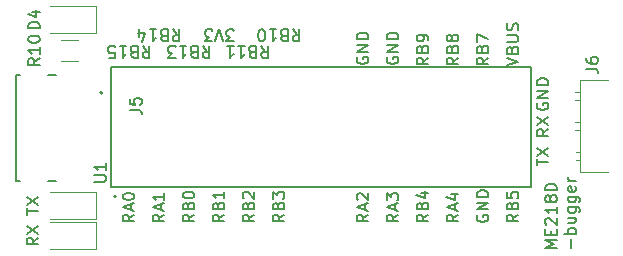
<source format=gbr>
%TF.GenerationSoftware,KiCad,Pcbnew,(6.0.7)*%
%TF.CreationDate,2022-12-19T16:29:32-08:00*%
%TF.ProjectId,Intermediary_revC_4layer,496e7465-726d-4656-9469-6172795f7265,rev?*%
%TF.SameCoordinates,Original*%
%TF.FileFunction,Legend,Top*%
%TF.FilePolarity,Positive*%
%FSLAX46Y46*%
G04 Gerber Fmt 4.6, Leading zero omitted, Abs format (unit mm)*
G04 Created by KiCad (PCBNEW (6.0.7)) date 2022-12-19 16:29:32*
%MOMM*%
%LPD*%
G01*
G04 APERTURE LIST*
%ADD10C,0.150000*%
%ADD11C,0.200000*%
%ADD12C,0.120000*%
%ADD13C,0.127000*%
G04 APERTURE END LIST*
D10*
X162123380Y-102343976D02*
X161647190Y-102677309D01*
X162123380Y-102915404D02*
X161123380Y-102915404D01*
X161123380Y-102534452D01*
X161171000Y-102439214D01*
X161218619Y-102391595D01*
X161313857Y-102343976D01*
X161456714Y-102343976D01*
X161551952Y-102391595D01*
X161599571Y-102439214D01*
X161647190Y-102534452D01*
X161647190Y-102915404D01*
X161599571Y-101582071D02*
X161647190Y-101439214D01*
X161694809Y-101391595D01*
X161790047Y-101343976D01*
X161932904Y-101343976D01*
X162028142Y-101391595D01*
X162075761Y-101439214D01*
X162123380Y-101534452D01*
X162123380Y-101915404D01*
X161123380Y-101915404D01*
X161123380Y-101582071D01*
X161171000Y-101486833D01*
X161218619Y-101439214D01*
X161313857Y-101391595D01*
X161409095Y-101391595D01*
X161504333Y-101439214D01*
X161551952Y-101486833D01*
X161599571Y-101582071D01*
X161599571Y-101915404D01*
X161123380Y-100439214D02*
X161123380Y-100915404D01*
X161599571Y-100963023D01*
X161551952Y-100915404D01*
X161504333Y-100820166D01*
X161504333Y-100582071D01*
X161551952Y-100486833D01*
X161599571Y-100439214D01*
X161694809Y-100391595D01*
X161932904Y-100391595D01*
X162028142Y-100439214D01*
X162075761Y-100486833D01*
X162123380Y-100582071D01*
X162123380Y-100820166D01*
X162075761Y-100915404D01*
X162028142Y-100963023D01*
X135381857Y-88066619D02*
X135715190Y-88542809D01*
X135953285Y-88066619D02*
X135953285Y-89066619D01*
X135572333Y-89066619D01*
X135477095Y-89019000D01*
X135429476Y-88971380D01*
X135381857Y-88876142D01*
X135381857Y-88733285D01*
X135429476Y-88638047D01*
X135477095Y-88590428D01*
X135572333Y-88542809D01*
X135953285Y-88542809D01*
X134619952Y-88590428D02*
X134477095Y-88542809D01*
X134429476Y-88495190D01*
X134381857Y-88399952D01*
X134381857Y-88257095D01*
X134429476Y-88161857D01*
X134477095Y-88114238D01*
X134572333Y-88066619D01*
X134953285Y-88066619D01*
X134953285Y-89066619D01*
X134619952Y-89066619D01*
X134524714Y-89019000D01*
X134477095Y-88971380D01*
X134429476Y-88876142D01*
X134429476Y-88780904D01*
X134477095Y-88685666D01*
X134524714Y-88638047D01*
X134619952Y-88590428D01*
X134953285Y-88590428D01*
X133429476Y-88066619D02*
X134000904Y-88066619D01*
X133715190Y-88066619D02*
X133715190Y-89066619D01*
X133810428Y-88923761D01*
X133905666Y-88828523D01*
X134000904Y-88780904D01*
X133096142Y-89066619D02*
X132477095Y-89066619D01*
X132810428Y-88685666D01*
X132667571Y-88685666D01*
X132572333Y-88638047D01*
X132524714Y-88590428D01*
X132477095Y-88495190D01*
X132477095Y-88257095D01*
X132524714Y-88161857D01*
X132572333Y-88114238D01*
X132667571Y-88066619D01*
X132953285Y-88066619D01*
X133048523Y-88114238D01*
X133096142Y-88161857D01*
X163711000Y-92913104D02*
X163663380Y-93008342D01*
X163663380Y-93151200D01*
X163711000Y-93294057D01*
X163806238Y-93389295D01*
X163901476Y-93436914D01*
X164091952Y-93484533D01*
X164234809Y-93484533D01*
X164425285Y-93436914D01*
X164520523Y-93389295D01*
X164615761Y-93294057D01*
X164663380Y-93151200D01*
X164663380Y-93055961D01*
X164615761Y-92913104D01*
X164568142Y-92865485D01*
X164234809Y-92865485D01*
X164234809Y-93055961D01*
X164663380Y-92436914D02*
X163663380Y-92436914D01*
X164663380Y-91865485D01*
X163663380Y-91865485D01*
X164663380Y-91389295D02*
X163663380Y-91389295D01*
X163663380Y-91151200D01*
X163711000Y-91008342D01*
X163806238Y-90913104D01*
X163901476Y-90865485D01*
X164091952Y-90817866D01*
X164234809Y-90817866D01*
X164425285Y-90865485D01*
X164520523Y-90913104D01*
X164615761Y-91008342D01*
X164663380Y-91151200D01*
X164663380Y-91389295D01*
X158631000Y-102391595D02*
X158583380Y-102486833D01*
X158583380Y-102629690D01*
X158631000Y-102772547D01*
X158726238Y-102867785D01*
X158821476Y-102915404D01*
X159011952Y-102963023D01*
X159154809Y-102963023D01*
X159345285Y-102915404D01*
X159440523Y-102867785D01*
X159535761Y-102772547D01*
X159583380Y-102629690D01*
X159583380Y-102534452D01*
X159535761Y-102391595D01*
X159488142Y-102343976D01*
X159154809Y-102343976D01*
X159154809Y-102534452D01*
X159583380Y-101915404D02*
X158583380Y-101915404D01*
X159583380Y-101343976D01*
X158583380Y-101343976D01*
X159583380Y-100867785D02*
X158583380Y-100867785D01*
X158583380Y-100629690D01*
X158631000Y-100486833D01*
X158726238Y-100391595D01*
X158821476Y-100343976D01*
X159011952Y-100296357D01*
X159154809Y-100296357D01*
X159345285Y-100343976D01*
X159440523Y-100391595D01*
X159535761Y-100486833D01*
X159583380Y-100629690D01*
X159583380Y-100867785D01*
X157043380Y-102343976D02*
X156567190Y-102677309D01*
X157043380Y-102915404D02*
X156043380Y-102915404D01*
X156043380Y-102534452D01*
X156091000Y-102439214D01*
X156138619Y-102391595D01*
X156233857Y-102343976D01*
X156376714Y-102343976D01*
X156471952Y-102391595D01*
X156519571Y-102439214D01*
X156567190Y-102534452D01*
X156567190Y-102915404D01*
X156757666Y-101963023D02*
X156757666Y-101486833D01*
X157043380Y-102058261D02*
X156043380Y-101724928D01*
X157043380Y-101391595D01*
X156376714Y-100629690D02*
X157043380Y-100629690D01*
X155995761Y-100867785D02*
X156710047Y-101105880D01*
X156710047Y-100486833D01*
X134691380Y-102343976D02*
X134215190Y-102677309D01*
X134691380Y-102915404D02*
X133691380Y-102915404D01*
X133691380Y-102534452D01*
X133739000Y-102439214D01*
X133786619Y-102391595D01*
X133881857Y-102343976D01*
X134024714Y-102343976D01*
X134119952Y-102391595D01*
X134167571Y-102439214D01*
X134215190Y-102534452D01*
X134215190Y-102915404D01*
X134167571Y-101582071D02*
X134215190Y-101439214D01*
X134262809Y-101391595D01*
X134358047Y-101343976D01*
X134500904Y-101343976D01*
X134596142Y-101391595D01*
X134643761Y-101439214D01*
X134691380Y-101534452D01*
X134691380Y-101915404D01*
X133691380Y-101915404D01*
X133691380Y-101582071D01*
X133739000Y-101486833D01*
X133786619Y-101439214D01*
X133881857Y-101391595D01*
X133977095Y-101391595D01*
X134072333Y-101439214D01*
X134119952Y-101486833D01*
X134167571Y-101582071D01*
X134167571Y-101915404D01*
X133691380Y-100724928D02*
X133691380Y-100629690D01*
X133739000Y-100534452D01*
X133786619Y-100486833D01*
X133881857Y-100439214D01*
X134072333Y-100391595D01*
X134310428Y-100391595D01*
X134500904Y-100439214D01*
X134596142Y-100486833D01*
X134643761Y-100534452D01*
X134691380Y-100629690D01*
X134691380Y-100724928D01*
X134643761Y-100820166D01*
X134596142Y-100867785D01*
X134500904Y-100915404D01*
X134310428Y-100963023D01*
X134072333Y-100963023D01*
X133881857Y-100915404D01*
X133786619Y-100867785D01*
X133739000Y-100820166D01*
X133691380Y-100724928D01*
X161123380Y-89723261D02*
X162123380Y-89389928D01*
X161123380Y-89056595D01*
X161599571Y-88389928D02*
X161647190Y-88247071D01*
X161694809Y-88199452D01*
X161790047Y-88151833D01*
X161932904Y-88151833D01*
X162028142Y-88199452D01*
X162075761Y-88247071D01*
X162123380Y-88342309D01*
X162123380Y-88723261D01*
X161123380Y-88723261D01*
X161123380Y-88389928D01*
X161171000Y-88294690D01*
X161218619Y-88247071D01*
X161313857Y-88199452D01*
X161409095Y-88199452D01*
X161504333Y-88247071D01*
X161551952Y-88294690D01*
X161599571Y-88389928D01*
X161599571Y-88723261D01*
X161123380Y-87723261D02*
X161932904Y-87723261D01*
X162028142Y-87675642D01*
X162075761Y-87628023D01*
X162123380Y-87532785D01*
X162123380Y-87342309D01*
X162075761Y-87247071D01*
X162028142Y-87199452D01*
X161932904Y-87151833D01*
X161123380Y-87151833D01*
X162075761Y-86723261D02*
X162123380Y-86580404D01*
X162123380Y-86342309D01*
X162075761Y-86247071D01*
X162028142Y-86199452D01*
X161932904Y-86151833D01*
X161837666Y-86151833D01*
X161742428Y-86199452D01*
X161694809Y-86247071D01*
X161647190Y-86342309D01*
X161599571Y-86532785D01*
X161551952Y-86628023D01*
X161504333Y-86675642D01*
X161409095Y-86723261D01*
X161313857Y-86723261D01*
X161218619Y-86675642D01*
X161171000Y-86628023D01*
X161123380Y-86532785D01*
X161123380Y-86294690D01*
X161171000Y-86151833D01*
X132841857Y-86669619D02*
X133175190Y-87145809D01*
X133413285Y-86669619D02*
X133413285Y-87669619D01*
X133032333Y-87669619D01*
X132937095Y-87622000D01*
X132889476Y-87574380D01*
X132841857Y-87479142D01*
X132841857Y-87336285D01*
X132889476Y-87241047D01*
X132937095Y-87193428D01*
X133032333Y-87145809D01*
X133413285Y-87145809D01*
X132079952Y-87193428D02*
X131937095Y-87145809D01*
X131889476Y-87098190D01*
X131841857Y-87002952D01*
X131841857Y-86860095D01*
X131889476Y-86764857D01*
X131937095Y-86717238D01*
X132032333Y-86669619D01*
X132413285Y-86669619D01*
X132413285Y-87669619D01*
X132079952Y-87669619D01*
X131984714Y-87622000D01*
X131937095Y-87574380D01*
X131889476Y-87479142D01*
X131889476Y-87383904D01*
X131937095Y-87288666D01*
X131984714Y-87241047D01*
X132079952Y-87193428D01*
X132413285Y-87193428D01*
X130889476Y-86669619D02*
X131460904Y-86669619D01*
X131175190Y-86669619D02*
X131175190Y-87669619D01*
X131270428Y-87526761D01*
X131365666Y-87431523D01*
X131460904Y-87383904D01*
X130032333Y-87336285D02*
X130032333Y-86669619D01*
X130270428Y-87717238D02*
X130508523Y-87002952D01*
X129889476Y-87002952D01*
X139771380Y-102343976D02*
X139295190Y-102677309D01*
X139771380Y-102915404D02*
X138771380Y-102915404D01*
X138771380Y-102534452D01*
X138819000Y-102439214D01*
X138866619Y-102391595D01*
X138961857Y-102343976D01*
X139104714Y-102343976D01*
X139199952Y-102391595D01*
X139247571Y-102439214D01*
X139295190Y-102534452D01*
X139295190Y-102915404D01*
X139247571Y-101582071D02*
X139295190Y-101439214D01*
X139342809Y-101391595D01*
X139438047Y-101343976D01*
X139580904Y-101343976D01*
X139676142Y-101391595D01*
X139723761Y-101439214D01*
X139771380Y-101534452D01*
X139771380Y-101915404D01*
X138771380Y-101915404D01*
X138771380Y-101582071D01*
X138819000Y-101486833D01*
X138866619Y-101439214D01*
X138961857Y-101391595D01*
X139057095Y-101391595D01*
X139152333Y-101439214D01*
X139199952Y-101486833D01*
X139247571Y-101582071D01*
X139247571Y-101915404D01*
X138866619Y-100963023D02*
X138819000Y-100915404D01*
X138771380Y-100820166D01*
X138771380Y-100582071D01*
X138819000Y-100486833D01*
X138866619Y-100439214D01*
X138961857Y-100391595D01*
X139057095Y-100391595D01*
X139199952Y-100439214D01*
X139771380Y-101010642D01*
X139771380Y-100391595D01*
X163663380Y-98170904D02*
X163663380Y-97599476D01*
X164663380Y-97885190D02*
X163663380Y-97885190D01*
X163663380Y-97361380D02*
X164663380Y-96694714D01*
X163663380Y-96694714D02*
X164663380Y-97361380D01*
X151963380Y-102343976D02*
X151487190Y-102677309D01*
X151963380Y-102915404D02*
X150963380Y-102915404D01*
X150963380Y-102534452D01*
X151011000Y-102439214D01*
X151058619Y-102391595D01*
X151153857Y-102343976D01*
X151296714Y-102343976D01*
X151391952Y-102391595D01*
X151439571Y-102439214D01*
X151487190Y-102534452D01*
X151487190Y-102915404D01*
X151677666Y-101963023D02*
X151677666Y-101486833D01*
X151963380Y-102058261D02*
X150963380Y-101724928D01*
X151963380Y-101391595D01*
X150963380Y-101153500D02*
X150963380Y-100534452D01*
X151344333Y-100867785D01*
X151344333Y-100724928D01*
X151391952Y-100629690D01*
X151439571Y-100582071D01*
X151534809Y-100534452D01*
X151772904Y-100534452D01*
X151868142Y-100582071D01*
X151915761Y-100629690D01*
X151963380Y-100724928D01*
X151963380Y-101010642D01*
X151915761Y-101105880D01*
X151868142Y-101153500D01*
X148471000Y-89026904D02*
X148423380Y-89122142D01*
X148423380Y-89265000D01*
X148471000Y-89407857D01*
X148566238Y-89503095D01*
X148661476Y-89550714D01*
X148851952Y-89598333D01*
X148994809Y-89598333D01*
X149185285Y-89550714D01*
X149280523Y-89503095D01*
X149375761Y-89407857D01*
X149423380Y-89265000D01*
X149423380Y-89169761D01*
X149375761Y-89026904D01*
X149328142Y-88979285D01*
X148994809Y-88979285D01*
X148994809Y-89169761D01*
X149423380Y-88550714D02*
X148423380Y-88550714D01*
X149423380Y-87979285D01*
X148423380Y-87979285D01*
X149423380Y-87503095D02*
X148423380Y-87503095D01*
X148423380Y-87265000D01*
X148471000Y-87122142D01*
X148566238Y-87026904D01*
X148661476Y-86979285D01*
X148851952Y-86931666D01*
X148994809Y-86931666D01*
X149185285Y-86979285D01*
X149280523Y-87026904D01*
X149375761Y-87122142D01*
X149423380Y-87265000D01*
X149423380Y-87503095D01*
X149423380Y-102343976D02*
X148947190Y-102677309D01*
X149423380Y-102915404D02*
X148423380Y-102915404D01*
X148423380Y-102534452D01*
X148471000Y-102439214D01*
X148518619Y-102391595D01*
X148613857Y-102343976D01*
X148756714Y-102343976D01*
X148851952Y-102391595D01*
X148899571Y-102439214D01*
X148947190Y-102534452D01*
X148947190Y-102915404D01*
X149137666Y-101963023D02*
X149137666Y-101486833D01*
X149423380Y-102058261D02*
X148423380Y-101724928D01*
X149423380Y-101391595D01*
X148518619Y-101105880D02*
X148471000Y-101058261D01*
X148423380Y-100963023D01*
X148423380Y-100724928D01*
X148471000Y-100629690D01*
X148518619Y-100582071D01*
X148613857Y-100534452D01*
X148709095Y-100534452D01*
X148851952Y-100582071D01*
X149423380Y-101153500D01*
X149423380Y-100534452D01*
X121483380Y-104306666D02*
X121007190Y-104640000D01*
X121483380Y-104878095D02*
X120483380Y-104878095D01*
X120483380Y-104497142D01*
X120531000Y-104401904D01*
X120578619Y-104354285D01*
X120673857Y-104306666D01*
X120816714Y-104306666D01*
X120911952Y-104354285D01*
X120959571Y-104401904D01*
X121007190Y-104497142D01*
X121007190Y-104878095D01*
X120483380Y-103973333D02*
X121483380Y-103306666D01*
X120483380Y-103306666D02*
X121483380Y-103973333D01*
X143001857Y-86669619D02*
X143335190Y-87145809D01*
X143573285Y-86669619D02*
X143573285Y-87669619D01*
X143192333Y-87669619D01*
X143097095Y-87622000D01*
X143049476Y-87574380D01*
X143001857Y-87479142D01*
X143001857Y-87336285D01*
X143049476Y-87241047D01*
X143097095Y-87193428D01*
X143192333Y-87145809D01*
X143573285Y-87145809D01*
X142239952Y-87193428D02*
X142097095Y-87145809D01*
X142049476Y-87098190D01*
X142001857Y-87002952D01*
X142001857Y-86860095D01*
X142049476Y-86764857D01*
X142097095Y-86717238D01*
X142192333Y-86669619D01*
X142573285Y-86669619D01*
X142573285Y-87669619D01*
X142239952Y-87669619D01*
X142144714Y-87622000D01*
X142097095Y-87574380D01*
X142049476Y-87479142D01*
X142049476Y-87383904D01*
X142097095Y-87288666D01*
X142144714Y-87241047D01*
X142239952Y-87193428D01*
X142573285Y-87193428D01*
X141049476Y-86669619D02*
X141620904Y-86669619D01*
X141335190Y-86669619D02*
X141335190Y-87669619D01*
X141430428Y-87526761D01*
X141525666Y-87431523D01*
X141620904Y-87383904D01*
X140430428Y-87669619D02*
X140335190Y-87669619D01*
X140239952Y-87622000D01*
X140192333Y-87574380D01*
X140144714Y-87479142D01*
X140097095Y-87288666D01*
X140097095Y-87050571D01*
X140144714Y-86860095D01*
X140192333Y-86764857D01*
X140239952Y-86717238D01*
X140335190Y-86669619D01*
X140430428Y-86669619D01*
X140525666Y-86717238D01*
X140573285Y-86764857D01*
X140620904Y-86860095D01*
X140668523Y-87050571D01*
X140668523Y-87288666D01*
X140620904Y-87479142D01*
X140573285Y-87574380D01*
X140525666Y-87622000D01*
X140430428Y-87669619D01*
X165382380Y-105201404D02*
X164382380Y-105201404D01*
X165096666Y-104868071D01*
X164382380Y-104534738D01*
X165382380Y-104534738D01*
X164858571Y-104058547D02*
X164858571Y-103725214D01*
X165382380Y-103582357D02*
X165382380Y-104058547D01*
X164382380Y-104058547D01*
X164382380Y-103582357D01*
X164477619Y-103201404D02*
X164430000Y-103153785D01*
X164382380Y-103058547D01*
X164382380Y-102820452D01*
X164430000Y-102725214D01*
X164477619Y-102677595D01*
X164572857Y-102629976D01*
X164668095Y-102629976D01*
X164810952Y-102677595D01*
X165382380Y-103249023D01*
X165382380Y-102629976D01*
X165382380Y-101677595D02*
X165382380Y-102249023D01*
X165382380Y-101963309D02*
X164382380Y-101963309D01*
X164525238Y-102058547D01*
X164620476Y-102153785D01*
X164668095Y-102249023D01*
X164810952Y-101106166D02*
X164763333Y-101201404D01*
X164715714Y-101249023D01*
X164620476Y-101296642D01*
X164572857Y-101296642D01*
X164477619Y-101249023D01*
X164430000Y-101201404D01*
X164382380Y-101106166D01*
X164382380Y-100915690D01*
X164430000Y-100820452D01*
X164477619Y-100772833D01*
X164572857Y-100725214D01*
X164620476Y-100725214D01*
X164715714Y-100772833D01*
X164763333Y-100820452D01*
X164810952Y-100915690D01*
X164810952Y-101106166D01*
X164858571Y-101201404D01*
X164906190Y-101249023D01*
X165001428Y-101296642D01*
X165191904Y-101296642D01*
X165287142Y-101249023D01*
X165334761Y-101201404D01*
X165382380Y-101106166D01*
X165382380Y-100915690D01*
X165334761Y-100820452D01*
X165287142Y-100772833D01*
X165191904Y-100725214D01*
X165001428Y-100725214D01*
X164906190Y-100772833D01*
X164858571Y-100820452D01*
X164810952Y-100915690D01*
X165382380Y-100296642D02*
X164382380Y-100296642D01*
X164382380Y-100058547D01*
X164430000Y-99915690D01*
X164525238Y-99820452D01*
X164620476Y-99772833D01*
X164810952Y-99725214D01*
X164953809Y-99725214D01*
X165144285Y-99772833D01*
X165239523Y-99820452D01*
X165334761Y-99915690D01*
X165382380Y-100058547D01*
X165382380Y-100296642D01*
X166611428Y-105201404D02*
X166611428Y-104439500D01*
X166992380Y-103963309D02*
X165992380Y-103963309D01*
X166373333Y-103963309D02*
X166325714Y-103868071D01*
X166325714Y-103677595D01*
X166373333Y-103582357D01*
X166420952Y-103534738D01*
X166516190Y-103487119D01*
X166801904Y-103487119D01*
X166897142Y-103534738D01*
X166944761Y-103582357D01*
X166992380Y-103677595D01*
X166992380Y-103868071D01*
X166944761Y-103963309D01*
X166325714Y-102629976D02*
X166992380Y-102629976D01*
X166325714Y-103058547D02*
X166849523Y-103058547D01*
X166944761Y-103010928D01*
X166992380Y-102915690D01*
X166992380Y-102772833D01*
X166944761Y-102677595D01*
X166897142Y-102629976D01*
X166325714Y-101725214D02*
X167135238Y-101725214D01*
X167230476Y-101772833D01*
X167278095Y-101820452D01*
X167325714Y-101915690D01*
X167325714Y-102058547D01*
X167278095Y-102153785D01*
X166944761Y-101725214D02*
X166992380Y-101820452D01*
X166992380Y-102010928D01*
X166944761Y-102106166D01*
X166897142Y-102153785D01*
X166801904Y-102201404D01*
X166516190Y-102201404D01*
X166420952Y-102153785D01*
X166373333Y-102106166D01*
X166325714Y-102010928D01*
X166325714Y-101820452D01*
X166373333Y-101725214D01*
X166325714Y-100820452D02*
X167135238Y-100820452D01*
X167230476Y-100868071D01*
X167278095Y-100915690D01*
X167325714Y-101010928D01*
X167325714Y-101153785D01*
X167278095Y-101249023D01*
X166944761Y-100820452D02*
X166992380Y-100915690D01*
X166992380Y-101106166D01*
X166944761Y-101201404D01*
X166897142Y-101249023D01*
X166801904Y-101296642D01*
X166516190Y-101296642D01*
X166420952Y-101249023D01*
X166373333Y-101201404D01*
X166325714Y-101106166D01*
X166325714Y-100915690D01*
X166373333Y-100820452D01*
X166944761Y-99963309D02*
X166992380Y-100058547D01*
X166992380Y-100249023D01*
X166944761Y-100344261D01*
X166849523Y-100391880D01*
X166468571Y-100391880D01*
X166373333Y-100344261D01*
X166325714Y-100249023D01*
X166325714Y-100058547D01*
X166373333Y-99963309D01*
X166468571Y-99915690D01*
X166563809Y-99915690D01*
X166659047Y-100391880D01*
X166992380Y-99487119D02*
X166325714Y-99487119D01*
X166516190Y-99487119D02*
X166420952Y-99439500D01*
X166373333Y-99391880D01*
X166325714Y-99296642D01*
X166325714Y-99201404D01*
X157043380Y-89058666D02*
X156567190Y-89392000D01*
X157043380Y-89630095D02*
X156043380Y-89630095D01*
X156043380Y-89249142D01*
X156091000Y-89153904D01*
X156138619Y-89106285D01*
X156233857Y-89058666D01*
X156376714Y-89058666D01*
X156471952Y-89106285D01*
X156519571Y-89153904D01*
X156567190Y-89249142D01*
X156567190Y-89630095D01*
X156519571Y-88296761D02*
X156567190Y-88153904D01*
X156614809Y-88106285D01*
X156710047Y-88058666D01*
X156852904Y-88058666D01*
X156948142Y-88106285D01*
X156995761Y-88153904D01*
X157043380Y-88249142D01*
X157043380Y-88630095D01*
X156043380Y-88630095D01*
X156043380Y-88296761D01*
X156091000Y-88201523D01*
X156138619Y-88153904D01*
X156233857Y-88106285D01*
X156329095Y-88106285D01*
X156424333Y-88153904D01*
X156471952Y-88201523D01*
X156519571Y-88296761D01*
X156519571Y-88630095D01*
X156471952Y-87487238D02*
X156424333Y-87582476D01*
X156376714Y-87630095D01*
X156281476Y-87677714D01*
X156233857Y-87677714D01*
X156138619Y-87630095D01*
X156091000Y-87582476D01*
X156043380Y-87487238D01*
X156043380Y-87296761D01*
X156091000Y-87201523D01*
X156138619Y-87153904D01*
X156233857Y-87106285D01*
X156281476Y-87106285D01*
X156376714Y-87153904D01*
X156424333Y-87201523D01*
X156471952Y-87296761D01*
X156471952Y-87487238D01*
X156519571Y-87582476D01*
X156567190Y-87630095D01*
X156662428Y-87677714D01*
X156852904Y-87677714D01*
X156948142Y-87630095D01*
X156995761Y-87582476D01*
X157043380Y-87487238D01*
X157043380Y-87296761D01*
X156995761Y-87201523D01*
X156948142Y-87153904D01*
X156852904Y-87106285D01*
X156662428Y-87106285D01*
X156567190Y-87153904D01*
X156519571Y-87201523D01*
X156471952Y-87296761D01*
X151011000Y-89026904D02*
X150963380Y-89122142D01*
X150963380Y-89265000D01*
X151011000Y-89407857D01*
X151106238Y-89503095D01*
X151201476Y-89550714D01*
X151391952Y-89598333D01*
X151534809Y-89598333D01*
X151725285Y-89550714D01*
X151820523Y-89503095D01*
X151915761Y-89407857D01*
X151963380Y-89265000D01*
X151963380Y-89169761D01*
X151915761Y-89026904D01*
X151868142Y-88979285D01*
X151534809Y-88979285D01*
X151534809Y-89169761D01*
X151963380Y-88550714D02*
X150963380Y-88550714D01*
X151963380Y-87979285D01*
X150963380Y-87979285D01*
X151963380Y-87503095D02*
X150963380Y-87503095D01*
X150963380Y-87265000D01*
X151011000Y-87122142D01*
X151106238Y-87026904D01*
X151201476Y-86979285D01*
X151391952Y-86931666D01*
X151534809Y-86931666D01*
X151725285Y-86979285D01*
X151820523Y-87026904D01*
X151915761Y-87122142D01*
X151963380Y-87265000D01*
X151963380Y-87503095D01*
X159583380Y-89058666D02*
X159107190Y-89392000D01*
X159583380Y-89630095D02*
X158583380Y-89630095D01*
X158583380Y-89249142D01*
X158631000Y-89153904D01*
X158678619Y-89106285D01*
X158773857Y-89058666D01*
X158916714Y-89058666D01*
X159011952Y-89106285D01*
X159059571Y-89153904D01*
X159107190Y-89249142D01*
X159107190Y-89630095D01*
X159059571Y-88296761D02*
X159107190Y-88153904D01*
X159154809Y-88106285D01*
X159250047Y-88058666D01*
X159392904Y-88058666D01*
X159488142Y-88106285D01*
X159535761Y-88153904D01*
X159583380Y-88249142D01*
X159583380Y-88630095D01*
X158583380Y-88630095D01*
X158583380Y-88296761D01*
X158631000Y-88201523D01*
X158678619Y-88153904D01*
X158773857Y-88106285D01*
X158869095Y-88106285D01*
X158964333Y-88153904D01*
X159011952Y-88201523D01*
X159059571Y-88296761D01*
X159059571Y-88630095D01*
X158583380Y-87725333D02*
X158583380Y-87058666D01*
X159583380Y-87487238D01*
X142311380Y-102343976D02*
X141835190Y-102677309D01*
X142311380Y-102915404D02*
X141311380Y-102915404D01*
X141311380Y-102534452D01*
X141359000Y-102439214D01*
X141406619Y-102391595D01*
X141501857Y-102343976D01*
X141644714Y-102343976D01*
X141739952Y-102391595D01*
X141787571Y-102439214D01*
X141835190Y-102534452D01*
X141835190Y-102915404D01*
X141787571Y-101582071D02*
X141835190Y-101439214D01*
X141882809Y-101391595D01*
X141978047Y-101343976D01*
X142120904Y-101343976D01*
X142216142Y-101391595D01*
X142263761Y-101439214D01*
X142311380Y-101534452D01*
X142311380Y-101915404D01*
X141311380Y-101915404D01*
X141311380Y-101582071D01*
X141359000Y-101486833D01*
X141406619Y-101439214D01*
X141501857Y-101391595D01*
X141597095Y-101391595D01*
X141692333Y-101439214D01*
X141739952Y-101486833D01*
X141787571Y-101582071D01*
X141787571Y-101915404D01*
X141311380Y-101010642D02*
X141311380Y-100391595D01*
X141692333Y-100724928D01*
X141692333Y-100582071D01*
X141739952Y-100486833D01*
X141787571Y-100439214D01*
X141882809Y-100391595D01*
X142120904Y-100391595D01*
X142216142Y-100439214D01*
X142263761Y-100486833D01*
X142311380Y-100582071D01*
X142311380Y-100867785D01*
X142263761Y-100963023D01*
X142216142Y-101010642D01*
X129611380Y-102343976D02*
X129135190Y-102677309D01*
X129611380Y-102915404D02*
X128611380Y-102915404D01*
X128611380Y-102534452D01*
X128659000Y-102439214D01*
X128706619Y-102391595D01*
X128801857Y-102343976D01*
X128944714Y-102343976D01*
X129039952Y-102391595D01*
X129087571Y-102439214D01*
X129135190Y-102534452D01*
X129135190Y-102915404D01*
X129325666Y-101963023D02*
X129325666Y-101486833D01*
X129611380Y-102058261D02*
X128611380Y-101724928D01*
X129611380Y-101391595D01*
X128611380Y-100867785D02*
X128611380Y-100772547D01*
X128659000Y-100677309D01*
X128706619Y-100629690D01*
X128801857Y-100582071D01*
X128992333Y-100534452D01*
X129230428Y-100534452D01*
X129420904Y-100582071D01*
X129516142Y-100629690D01*
X129563761Y-100677309D01*
X129611380Y-100772547D01*
X129611380Y-100867785D01*
X129563761Y-100963023D01*
X129516142Y-101010642D01*
X129420904Y-101058261D01*
X129230428Y-101105880D01*
X128992333Y-101105880D01*
X128801857Y-101058261D01*
X128706619Y-101010642D01*
X128659000Y-100963023D01*
X128611380Y-100867785D01*
X132151380Y-102343976D02*
X131675190Y-102677309D01*
X132151380Y-102915404D02*
X131151380Y-102915404D01*
X131151380Y-102534452D01*
X131199000Y-102439214D01*
X131246619Y-102391595D01*
X131341857Y-102343976D01*
X131484714Y-102343976D01*
X131579952Y-102391595D01*
X131627571Y-102439214D01*
X131675190Y-102534452D01*
X131675190Y-102915404D01*
X131865666Y-101963023D02*
X131865666Y-101486833D01*
X132151380Y-102058261D02*
X131151380Y-101724928D01*
X132151380Y-101391595D01*
X132151380Y-100534452D02*
X132151380Y-101105880D01*
X132151380Y-100820166D02*
X131151380Y-100820166D01*
X131294238Y-100915404D01*
X131389476Y-101010642D01*
X131437095Y-101105880D01*
X140334857Y-88066619D02*
X140668190Y-88542809D01*
X140906285Y-88066619D02*
X140906285Y-89066619D01*
X140525333Y-89066619D01*
X140430095Y-89019000D01*
X140382476Y-88971380D01*
X140334857Y-88876142D01*
X140334857Y-88733285D01*
X140382476Y-88638047D01*
X140430095Y-88590428D01*
X140525333Y-88542809D01*
X140906285Y-88542809D01*
X139572952Y-88590428D02*
X139430095Y-88542809D01*
X139382476Y-88495190D01*
X139334857Y-88399952D01*
X139334857Y-88257095D01*
X139382476Y-88161857D01*
X139430095Y-88114238D01*
X139525333Y-88066619D01*
X139906285Y-88066619D01*
X139906285Y-89066619D01*
X139572952Y-89066619D01*
X139477714Y-89019000D01*
X139430095Y-88971380D01*
X139382476Y-88876142D01*
X139382476Y-88780904D01*
X139430095Y-88685666D01*
X139477714Y-88638047D01*
X139572952Y-88590428D01*
X139906285Y-88590428D01*
X138382476Y-88066619D02*
X138953904Y-88066619D01*
X138668190Y-88066619D02*
X138668190Y-89066619D01*
X138763428Y-88923761D01*
X138858666Y-88828523D01*
X138953904Y-88780904D01*
X137430095Y-88066619D02*
X138001523Y-88066619D01*
X137715809Y-88066619D02*
X137715809Y-89066619D01*
X137811047Y-88923761D01*
X137906285Y-88828523D01*
X138001523Y-88780904D01*
X164663380Y-95111866D02*
X164187190Y-95445200D01*
X164663380Y-95683295D02*
X163663380Y-95683295D01*
X163663380Y-95302342D01*
X163711000Y-95207104D01*
X163758619Y-95159485D01*
X163853857Y-95111866D01*
X163996714Y-95111866D01*
X164091952Y-95159485D01*
X164139571Y-95207104D01*
X164187190Y-95302342D01*
X164187190Y-95683295D01*
X163663380Y-94778533D02*
X164663380Y-94111866D01*
X163663380Y-94111866D02*
X164663380Y-94778533D01*
X154503380Y-102343976D02*
X154027190Y-102677309D01*
X154503380Y-102915404D02*
X153503380Y-102915404D01*
X153503380Y-102534452D01*
X153551000Y-102439214D01*
X153598619Y-102391595D01*
X153693857Y-102343976D01*
X153836714Y-102343976D01*
X153931952Y-102391595D01*
X153979571Y-102439214D01*
X154027190Y-102534452D01*
X154027190Y-102915404D01*
X153979571Y-101582071D02*
X154027190Y-101439214D01*
X154074809Y-101391595D01*
X154170047Y-101343976D01*
X154312904Y-101343976D01*
X154408142Y-101391595D01*
X154455761Y-101439214D01*
X154503380Y-101534452D01*
X154503380Y-101915404D01*
X153503380Y-101915404D01*
X153503380Y-101582071D01*
X153551000Y-101486833D01*
X153598619Y-101439214D01*
X153693857Y-101391595D01*
X153789095Y-101391595D01*
X153884333Y-101439214D01*
X153931952Y-101486833D01*
X153979571Y-101582071D01*
X153979571Y-101915404D01*
X153836714Y-100486833D02*
X154503380Y-100486833D01*
X153455761Y-100724928D02*
X154170047Y-100963023D01*
X154170047Y-100343976D01*
X138017095Y-87669619D02*
X137398047Y-87669619D01*
X137731380Y-87288666D01*
X137588523Y-87288666D01*
X137493285Y-87241047D01*
X137445666Y-87193428D01*
X137398047Y-87098190D01*
X137398047Y-86860095D01*
X137445666Y-86764857D01*
X137493285Y-86717238D01*
X137588523Y-86669619D01*
X137874238Y-86669619D01*
X137969476Y-86717238D01*
X138017095Y-86764857D01*
X137112333Y-87669619D02*
X136779000Y-86669619D01*
X136445666Y-87669619D01*
X136207571Y-87669619D02*
X135588523Y-87669619D01*
X135921857Y-87288666D01*
X135779000Y-87288666D01*
X135683761Y-87241047D01*
X135636142Y-87193428D01*
X135588523Y-87098190D01*
X135588523Y-86860095D01*
X135636142Y-86764857D01*
X135683761Y-86717238D01*
X135779000Y-86669619D01*
X136064714Y-86669619D01*
X136159952Y-86717238D01*
X136207571Y-86764857D01*
X120483380Y-102361904D02*
X120483380Y-101790476D01*
X121483380Y-102076190D02*
X120483380Y-102076190D01*
X120483380Y-101552380D02*
X121483380Y-100885714D01*
X120483380Y-100885714D02*
X121483380Y-101552380D01*
X154503380Y-89058666D02*
X154027190Y-89392000D01*
X154503380Y-89630095D02*
X153503380Y-89630095D01*
X153503380Y-89249142D01*
X153551000Y-89153904D01*
X153598619Y-89106285D01*
X153693857Y-89058666D01*
X153836714Y-89058666D01*
X153931952Y-89106285D01*
X153979571Y-89153904D01*
X154027190Y-89249142D01*
X154027190Y-89630095D01*
X153979571Y-88296761D02*
X154027190Y-88153904D01*
X154074809Y-88106285D01*
X154170047Y-88058666D01*
X154312904Y-88058666D01*
X154408142Y-88106285D01*
X154455761Y-88153904D01*
X154503380Y-88249142D01*
X154503380Y-88630095D01*
X153503380Y-88630095D01*
X153503380Y-88296761D01*
X153551000Y-88201523D01*
X153598619Y-88153904D01*
X153693857Y-88106285D01*
X153789095Y-88106285D01*
X153884333Y-88153904D01*
X153931952Y-88201523D01*
X153979571Y-88296761D01*
X153979571Y-88630095D01*
X154503380Y-87582476D02*
X154503380Y-87392000D01*
X154455761Y-87296761D01*
X154408142Y-87249142D01*
X154265285Y-87153904D01*
X154074809Y-87106285D01*
X153693857Y-87106285D01*
X153598619Y-87153904D01*
X153551000Y-87201523D01*
X153503380Y-87296761D01*
X153503380Y-87487238D01*
X153551000Y-87582476D01*
X153598619Y-87630095D01*
X153693857Y-87677714D01*
X153931952Y-87677714D01*
X154027190Y-87630095D01*
X154074809Y-87582476D01*
X154122428Y-87487238D01*
X154122428Y-87296761D01*
X154074809Y-87201523D01*
X154027190Y-87153904D01*
X153931952Y-87106285D01*
X130301857Y-88066619D02*
X130635190Y-88542809D01*
X130873285Y-88066619D02*
X130873285Y-89066619D01*
X130492333Y-89066619D01*
X130397095Y-89019000D01*
X130349476Y-88971380D01*
X130301857Y-88876142D01*
X130301857Y-88733285D01*
X130349476Y-88638047D01*
X130397095Y-88590428D01*
X130492333Y-88542809D01*
X130873285Y-88542809D01*
X129539952Y-88590428D02*
X129397095Y-88542809D01*
X129349476Y-88495190D01*
X129301857Y-88399952D01*
X129301857Y-88257095D01*
X129349476Y-88161857D01*
X129397095Y-88114238D01*
X129492333Y-88066619D01*
X129873285Y-88066619D01*
X129873285Y-89066619D01*
X129539952Y-89066619D01*
X129444714Y-89019000D01*
X129397095Y-88971380D01*
X129349476Y-88876142D01*
X129349476Y-88780904D01*
X129397095Y-88685666D01*
X129444714Y-88638047D01*
X129539952Y-88590428D01*
X129873285Y-88590428D01*
X128349476Y-88066619D02*
X128920904Y-88066619D01*
X128635190Y-88066619D02*
X128635190Y-89066619D01*
X128730428Y-88923761D01*
X128825666Y-88828523D01*
X128920904Y-88780904D01*
X127444714Y-89066619D02*
X127920904Y-89066619D01*
X127968523Y-88590428D01*
X127920904Y-88638047D01*
X127825666Y-88685666D01*
X127587571Y-88685666D01*
X127492333Y-88638047D01*
X127444714Y-88590428D01*
X127397095Y-88495190D01*
X127397095Y-88257095D01*
X127444714Y-88161857D01*
X127492333Y-88114238D01*
X127587571Y-88066619D01*
X127825666Y-88066619D01*
X127920904Y-88114238D01*
X127968523Y-88161857D01*
X137231380Y-102343976D02*
X136755190Y-102677309D01*
X137231380Y-102915404D02*
X136231380Y-102915404D01*
X136231380Y-102534452D01*
X136279000Y-102439214D01*
X136326619Y-102391595D01*
X136421857Y-102343976D01*
X136564714Y-102343976D01*
X136659952Y-102391595D01*
X136707571Y-102439214D01*
X136755190Y-102534452D01*
X136755190Y-102915404D01*
X136707571Y-101582071D02*
X136755190Y-101439214D01*
X136802809Y-101391595D01*
X136898047Y-101343976D01*
X137040904Y-101343976D01*
X137136142Y-101391595D01*
X137183761Y-101439214D01*
X137231380Y-101534452D01*
X137231380Y-101915404D01*
X136231380Y-101915404D01*
X136231380Y-101582071D01*
X136279000Y-101486833D01*
X136326619Y-101439214D01*
X136421857Y-101391595D01*
X136517095Y-101391595D01*
X136612333Y-101439214D01*
X136659952Y-101486833D01*
X136707571Y-101582071D01*
X136707571Y-101915404D01*
X137231380Y-100391595D02*
X137231380Y-100963023D01*
X137231380Y-100677309D02*
X136231380Y-100677309D01*
X136374238Y-100772547D01*
X136469476Y-100867785D01*
X136517095Y-100963023D01*
%TO.C,J5*%
X129206780Y-93479333D02*
X129921066Y-93479333D01*
X130063923Y-93526952D01*
X130159161Y-93622190D01*
X130206780Y-93765047D01*
X130206780Y-93860285D01*
X129206780Y-92526952D02*
X129206780Y-93003142D01*
X129682971Y-93050761D01*
X129635352Y-93003142D01*
X129587733Y-92907904D01*
X129587733Y-92669809D01*
X129635352Y-92574571D01*
X129682971Y-92526952D01*
X129778209Y-92479333D01*
X130016304Y-92479333D01*
X130111542Y-92526952D01*
X130159161Y-92574571D01*
X130206780Y-92669809D01*
X130206780Y-92907904D01*
X130159161Y-93003142D01*
X130111542Y-93050761D01*
%TO.C,R10*%
X121610380Y-89111057D02*
X121134190Y-89444390D01*
X121610380Y-89682485D02*
X120610380Y-89682485D01*
X120610380Y-89301533D01*
X120658000Y-89206295D01*
X120705619Y-89158676D01*
X120800857Y-89111057D01*
X120943714Y-89111057D01*
X121038952Y-89158676D01*
X121086571Y-89206295D01*
X121134190Y-89301533D01*
X121134190Y-89682485D01*
X121610380Y-88158676D02*
X121610380Y-88730104D01*
X121610380Y-88444390D02*
X120610380Y-88444390D01*
X120753238Y-88539628D01*
X120848476Y-88634866D01*
X120896095Y-88730104D01*
X120610380Y-87539628D02*
X120610380Y-87444390D01*
X120658000Y-87349152D01*
X120705619Y-87301533D01*
X120800857Y-87253914D01*
X120991333Y-87206295D01*
X121229428Y-87206295D01*
X121419904Y-87253914D01*
X121515142Y-87301533D01*
X121562761Y-87349152D01*
X121610380Y-87444390D01*
X121610380Y-87539628D01*
X121562761Y-87634866D01*
X121515142Y-87682485D01*
X121419904Y-87730104D01*
X121229428Y-87777723D01*
X120991333Y-87777723D01*
X120800857Y-87730104D01*
X120705619Y-87682485D01*
X120658000Y-87634866D01*
X120610380Y-87539628D01*
%TO.C,J6*%
X167854380Y-89995333D02*
X168568666Y-89995333D01*
X168711523Y-90042952D01*
X168806761Y-90138190D01*
X168854380Y-90281047D01*
X168854380Y-90376285D01*
X167854380Y-89090571D02*
X167854380Y-89281047D01*
X167902000Y-89376285D01*
X167949619Y-89423904D01*
X168092476Y-89519142D01*
X168282952Y-89566761D01*
X168663904Y-89566761D01*
X168759142Y-89519142D01*
X168806761Y-89471523D01*
X168854380Y-89376285D01*
X168854380Y-89185809D01*
X168806761Y-89090571D01*
X168759142Y-89042952D01*
X168663904Y-88995333D01*
X168425809Y-88995333D01*
X168330571Y-89042952D01*
X168282952Y-89090571D01*
X168235333Y-89185809D01*
X168235333Y-89376285D01*
X168282952Y-89471523D01*
X168330571Y-89519142D01*
X168425809Y-89566761D01*
%TO.C,D4*%
X121610380Y-86590095D02*
X120610380Y-86590095D01*
X120610380Y-86352000D01*
X120658000Y-86209142D01*
X120753238Y-86113904D01*
X120848476Y-86066285D01*
X121038952Y-86018666D01*
X121181809Y-86018666D01*
X121372285Y-86066285D01*
X121467523Y-86113904D01*
X121562761Y-86209142D01*
X121610380Y-86352000D01*
X121610380Y-86590095D01*
X120943714Y-85161523D02*
X121610380Y-85161523D01*
X120562761Y-85399619D02*
X121277047Y-85637714D01*
X121277047Y-85018666D01*
%TO.C,U1*%
X126198380Y-99567904D02*
X127007904Y-99567904D01*
X127103142Y-99520285D01*
X127150761Y-99472666D01*
X127198380Y-99377428D01*
X127198380Y-99186952D01*
X127150761Y-99091714D01*
X127103142Y-99044095D01*
X127007904Y-98996476D01*
X126198380Y-98996476D01*
X127198380Y-97996476D02*
X127198380Y-98567904D01*
X127198380Y-98282190D02*
X126198380Y-98282190D01*
X126341238Y-98377428D01*
X126436476Y-98472666D01*
X126484095Y-98567904D01*
D11*
%TO.C,J5*%
X119581400Y-99466000D02*
X119931400Y-99466000D01*
X122955400Y-90526000D02*
X122275400Y-90526000D01*
X119581400Y-90526000D02*
X119581400Y-99466000D01*
X122955400Y-99466000D02*
X122275400Y-99466000D01*
X119931400Y-90526000D02*
X119581400Y-90526000D01*
X126905400Y-92021000D02*
G75*
G03*
X126905400Y-92021000I-100000J0D01*
G01*
D12*
%TO.C,R10*%
X124816764Y-87558200D02*
X123362636Y-87558200D01*
X124816764Y-89378200D02*
X123362636Y-89378200D01*
%TO.C,D1*%
X126310200Y-100439600D02*
X122425200Y-100439600D01*
X122425200Y-102709600D02*
X126310200Y-102709600D01*
X126310200Y-102709600D02*
X126310200Y-100439600D01*
%TO.C,J6*%
X167322000Y-98724000D02*
X167322000Y-90984000D01*
X167322000Y-92674000D02*
X166912000Y-92674000D01*
X169672000Y-98724000D02*
X167322000Y-98724000D01*
X167322000Y-95214000D02*
X166912000Y-95214000D01*
X167322000Y-94494000D02*
X166912000Y-94494000D01*
X167322000Y-97754000D02*
X166972000Y-97754000D01*
X167322000Y-91954000D02*
X166912000Y-91954000D01*
X167322000Y-97034000D02*
X166972000Y-97034000D01*
X169672000Y-90984000D02*
X167322000Y-90984000D01*
%TO.C,D3*%
X126310200Y-105275000D02*
X126310200Y-103005000D01*
X126310200Y-103005000D02*
X122425200Y-103005000D01*
X122425200Y-105275000D02*
X126310200Y-105275000D01*
%TO.C,D4*%
X126361000Y-86987000D02*
X126361000Y-84717000D01*
X126361000Y-84717000D02*
X122476000Y-84717000D01*
X122476000Y-86987000D02*
X126361000Y-86987000D01*
D13*
%TO.C,U1*%
X163148200Y-89874500D02*
X163148200Y-100034500D01*
X127588200Y-89874500D02*
X163148200Y-89874500D01*
X127588200Y-100034500D02*
X127588200Y-89874500D01*
X163148200Y-100034500D02*
X127588200Y-100034500D01*
D11*
X128069200Y-100796500D02*
G75*
G03*
X128069200Y-100796500I-100000J0D01*
G01*
%TD*%
M02*

</source>
